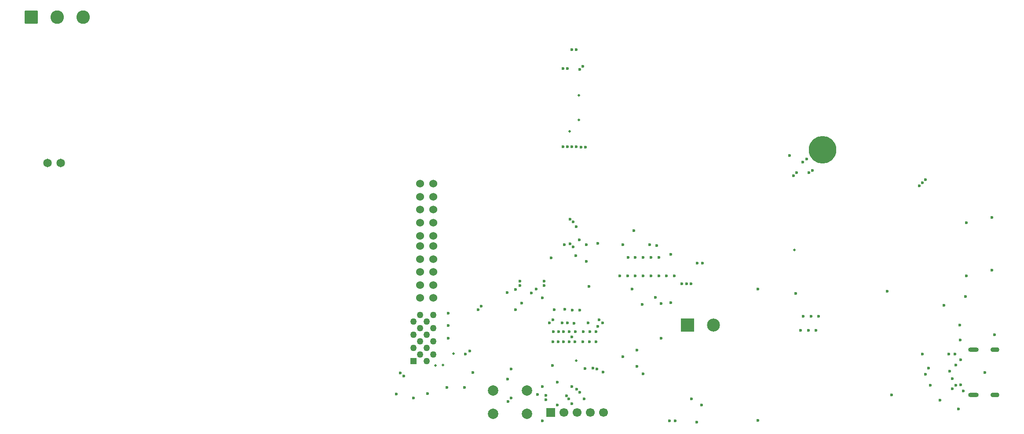
<source format=gbr>
%TF.GenerationSoftware,KiCad,Pcbnew,9.0.1+1*%
%TF.CreationDate,2025-11-25T14:24:45+00:00*%
%TF.ProjectId,nautilus_mainboard,6e617574-696c-4757-935f-6d61696e626f,rev?*%
%TF.SameCoordinates,Original*%
%TF.FileFunction,Copper,L3,Inr*%
%TF.FilePolarity,Positive*%
%FSLAX46Y46*%
G04 Gerber Fmt 4.6, Leading zero omitted, Abs format (unit mm)*
G04 Created by KiCad (PCBNEW 9.0.1+1) date 2025-11-25 14:24:45*
%MOMM*%
%LPD*%
G01*
G04 APERTURE LIST*
G04 Aperture macros list*
%AMRoundRect*
0 Rectangle with rounded corners*
0 $1 Rounding radius*
0 $2 $3 $4 $5 $6 $7 $8 $9 X,Y pos of 4 corners*
0 Add a 4 corners polygon primitive as box body*
4,1,4,$2,$3,$4,$5,$6,$7,$8,$9,$2,$3,0*
0 Add four circle primitives for the rounded corners*
1,1,$1+$1,$2,$3*
1,1,$1+$1,$4,$5*
1,1,$1+$1,$6,$7*
1,1,$1+$1,$8,$9*
0 Add four rect primitives between the rounded corners*
20,1,$1+$1,$2,$3,$4,$5,0*
20,1,$1+$1,$4,$5,$6,$7,0*
20,1,$1+$1,$6,$7,$8,$9,0*
20,1,$1+$1,$8,$9,$2,$3,0*%
G04 Aperture macros list end*
%TA.AperFunction,ComponentPad*%
%ADD10O,1.700000X0.900000*%
%TD*%
%TA.AperFunction,ComponentPad*%
%ADD11O,2.000000X0.900000*%
%TD*%
%TA.AperFunction,ComponentPad*%
%ADD12C,2.000000*%
%TD*%
%TA.AperFunction,ComponentPad*%
%ADD13C,5.300000*%
%TD*%
%TA.AperFunction,ComponentPad*%
%ADD14R,2.500000X2.500000*%
%TD*%
%TA.AperFunction,ComponentPad*%
%ADD15C,2.500000*%
%TD*%
%TA.AperFunction,ComponentPad*%
%ADD16C,1.650000*%
%TD*%
%TA.AperFunction,ComponentPad*%
%ADD17RoundRect,0.250000X-1.050000X-1.050000X1.050000X-1.050000X1.050000X1.050000X-1.050000X1.050000X0*%
%TD*%
%TA.AperFunction,ComponentPad*%
%ADD18C,2.600000*%
%TD*%
%TA.AperFunction,ComponentPad*%
%ADD19R,1.700000X1.700000*%
%TD*%
%TA.AperFunction,ComponentPad*%
%ADD20C,1.700000*%
%TD*%
%TA.AperFunction,ComponentPad*%
%ADD21R,1.268000X1.268000*%
%TD*%
%TA.AperFunction,ComponentPad*%
%ADD22C,1.268000*%
%TD*%
%TA.AperFunction,ComponentPad*%
%ADD23C,1.530000*%
%TD*%
%TA.AperFunction,ViaPad*%
%ADD24C,0.600000*%
%TD*%
%TA.AperFunction,ViaPad*%
%ADD25C,0.500000*%
%TD*%
G04 APERTURE END LIST*
D10*
%TO.N,Net-(C20-Pad2)*%
%TO.C,J3*%
X260700000Y-164650000D03*
X260700000Y-156000000D03*
D11*
X256520000Y-164650000D03*
X256520000Y-156000000D03*
%TD*%
D12*
%TO.N,/STM/PinoutSTM/nRST*%
%TO.C,SW1*%
X164050000Y-163800000D03*
X170550000Y-163800000D03*
%TO.N,GND*%
X164050000Y-168300000D03*
X170550000Y-168300000D03*
%TD*%
D13*
%TO.N,N/C*%
%TO.C,J6*%
X227500000Y-117475000D03*
%TD*%
D14*
%TO.N,Net-(LS1-+)*%
%TO.C,LS1*%
X201500000Y-151200000D03*
D15*
%TO.N,Net-(LS1--)*%
X206500000Y-151200000D03*
%TD*%
D16*
%TO.N,Net-(EXTERNALFAN5V1-Pad2)*%
%TO.C,J2*%
X78330000Y-119995000D03*
%TO.N,GND*%
X80870000Y-119995000D03*
%TD*%
D17*
%TO.N,+5V*%
%TO.C,J5*%
X75145000Y-91840000D03*
D18*
%TO.N,Net-(J5-Pin_2)*%
X80145000Y-91840000D03*
%TO.N,+5V*%
X85145000Y-91840000D03*
%TD*%
D19*
%TO.N,/Power_logic/STM_Plug_3.3V*%
%TO.C,J4*%
X175140000Y-168100000D03*
D20*
%TO.N,/STM/PinoutSTM/USART1_RX*%
X177680000Y-168100000D03*
%TO.N,/STM/PinoutSTM/USART1_TX*%
X180219999Y-168100000D03*
%TO.N,/STM/PinoutSTM/STM_BOOT0*%
X182760000Y-168100000D03*
%TO.N,GND*%
X185300000Y-168100000D03*
%TD*%
D21*
%TO.N,/CM4/Battery_Out_3.3V*%
%TO.C,J7*%
X148740000Y-158170000D03*
D22*
X150010000Y-156900000D03*
%TO.N,unconnected-(J7-Pad03)*%
X148740000Y-155630000D03*
%TO.N,unconnected-(J7-Pad04)*%
X150010000Y-154360000D03*
%TO.N,/LPHS-connector/STM.TX*%
X148740000Y-153090000D03*
%TO.N,/LPHS-connector/STM.RX*%
X150010000Y-151820000D03*
%TO.N,/LPHS-connector/ST_CAN.P*%
X148740000Y-150550000D03*
%TO.N,/LPHS-connector/ST_CAN.N*%
X150010000Y-149280000D03*
%TO.N,/CM4/TRD0.D-*%
X151280000Y-158170000D03*
%TO.N,/CM4/TRD0.D+*%
X152550000Y-156900000D03*
%TO.N,/CM4/TRD1.D-*%
X151280000Y-155630000D03*
%TO.N,/CM4/TRD1.D+*%
X152550000Y-154360000D03*
%TO.N,/CM4/TRD2.D-*%
X151280000Y-153090000D03*
%TO.N,/CM4/TRD2.D+*%
X152550000Y-151820000D03*
%TO.N,/CM4/TRD3.D-*%
X151280000Y-150550000D03*
%TO.N,/CM4/TRD3.D+*%
X152550000Y-149280000D03*
D23*
%TO.N,/LPHS-connector/Battery_Out_5V*%
X150050000Y-146000000D03*
X150050000Y-143500000D03*
X150050000Y-141000000D03*
X150050000Y-138500000D03*
X150050000Y-136000000D03*
%TO.N,unconnected-(J7-P02-PadP02_1)*%
X152550000Y-146000000D03*
%TO.N,unconnected-(J7-P02__1-PadP02_2)*%
X152550000Y-143500000D03*
%TO.N,unconnected-(J7-P02__2-PadP02_3)*%
X152550000Y-141000000D03*
%TO.N,unconnected-(J7-P02__3-PadP02_4)*%
X152550000Y-138500000D03*
%TO.N,unconnected-(J7-P02__4-PadP02_5)*%
X152550000Y-136000000D03*
%TO.N,unconnected-(J7-P03-PadP03_1)*%
X150050000Y-134000000D03*
%TO.N,unconnected-(J7-P03__1-PadP03_2)*%
X150050000Y-131500000D03*
%TO.N,unconnected-(J7-P03__2-PadP03_3)*%
X150050000Y-129000000D03*
%TO.N,unconnected-(J7-P03__3-PadP03_4)*%
X150050000Y-126500000D03*
%TO.N,unconnected-(J7-P03__4-PadP03_5)*%
X150050000Y-124000000D03*
%TO.N,GND*%
X152550000Y-134000000D03*
X152550000Y-131500000D03*
X152550000Y-129000000D03*
X152550000Y-126500000D03*
X152550000Y-124000000D03*
%TD*%
D24*
%TO.N,+5V*%
X195980000Y-138200000D03*
X192930000Y-138200000D03*
X192760000Y-147240000D03*
X203350000Y-139310000D03*
X191430000Y-138200000D03*
X204390000Y-139310000D03*
X190040000Y-138200000D03*
X194430000Y-138200000D03*
%TO.N,GND*%
X254590000Y-163940000D03*
X173570000Y-145960000D03*
X189050000Y-135750000D03*
D25*
X222070000Y-136730000D03*
D24*
X258680000Y-160340000D03*
X189950000Y-141750000D03*
X252970000Y-156790000D03*
D25*
X156470000Y-156750000D03*
D24*
X197450000Y-141750000D03*
X155450000Y-151290000D03*
X183298840Y-159529591D03*
X194200000Y-135750000D03*
X182030000Y-135750000D03*
X201300000Y-143300000D03*
X188450000Y-141750000D03*
D25*
X180590000Y-111680000D03*
D24*
X250830000Y-147430000D03*
X175220000Y-138230000D03*
D25*
X152960000Y-159040000D03*
D24*
X182030000Y-138930000D03*
X253670000Y-167360000D03*
X155450000Y-148930000D03*
X253900000Y-151190000D03*
X177790000Y-135750000D03*
D25*
X180570000Y-106940000D03*
D24*
X194450000Y-141750000D03*
X202200000Y-143300000D03*
X248210000Y-162830000D03*
X182530000Y-143800000D03*
X178380000Y-150820000D03*
X195950000Y-141750000D03*
X172600000Y-164580000D03*
X200400000Y-143300000D03*
X176440000Y-166670000D03*
X254020000Y-154100000D03*
X251800000Y-156850000D03*
D25*
X180030000Y-158110000D03*
X178830000Y-113890000D03*
D24*
X192950000Y-141750000D03*
X191450000Y-141750000D03*
X189050000Y-157340000D03*
X251960000Y-160090000D03*
X198950000Y-141750000D03*
X176390000Y-162193045D03*
X155450000Y-153740000D03*
%TO.N,+3.3V*%
X176640000Y-152500000D03*
X178720000Y-152500000D03*
X175620000Y-150220000D03*
X181410000Y-152500000D03*
X204180000Y-166650000D03*
X178670000Y-154480000D03*
X179870000Y-152500000D03*
X177330000Y-150840000D03*
X185255001Y-160280000D03*
X179820000Y-154480000D03*
X175600000Y-154480000D03*
X177640000Y-152500000D03*
X183910000Y-152500000D03*
X181360000Y-154480000D03*
X177590000Y-154480000D03*
X183860000Y-154480000D03*
X182690000Y-152500000D03*
X184060000Y-159700000D03*
X185180000Y-150810000D03*
X175650000Y-152500000D03*
X179610000Y-150870000D03*
X174920000Y-150790000D03*
X176590000Y-154480000D03*
X175490000Y-158980000D03*
X182320000Y-150840000D03*
X182640000Y-154480000D03*
%TO.N,/STM/PinoutSTM/nRST*%
X180780000Y-148320000D03*
X180744522Y-164190000D03*
%TO.N,/CM4/GPIO_VREF_3.3V*%
X215020000Y-169560000D03*
X215030000Y-144270000D03*
X190800000Y-144270000D03*
X191190000Y-133040000D03*
%TO.N,/LPHS-connector/Battery_Out_5V*%
X155180000Y-163230000D03*
X145460000Y-164480000D03*
X158590000Y-163230000D03*
%TO.N,/STM/PinoutSTM/USART1_TX*%
X173580000Y-169690000D03*
X173560000Y-163100000D03*
%TO.N,/STM/PinoutSTM/JTAG_TDO{slash}SWO*%
X191790000Y-156020000D03*
X191760000Y-159150000D03*
%TO.N,/STM/PinoutSTM/JTAG_TMS{slash}SWDIO*%
X203270000Y-169930000D03*
X202260000Y-165460000D03*
%TO.N,/STM/PinoutSTM/JTAG_TCK{slash}SWCLK*%
X199080000Y-169690000D03*
X192970000Y-160650000D03*
%TO.N,/STM/PinoutSTM/USART1_RX*%
X198050000Y-169690000D03*
X180150000Y-163560000D03*
%TO.N,/STM/PinoutSTM/STM_BOOT0*%
X179210000Y-166411000D03*
X179250000Y-153500000D03*
X179240000Y-163110000D03*
%TO.N,/CM4/Battery_Out_3.3V*%
X151490000Y-164440000D03*
D25*
X154410000Y-158920000D03*
D24*
X160190000Y-160350000D03*
X250050000Y-165680000D03*
X255000000Y-145700000D03*
X148740000Y-165300000D03*
%TO.N,/CM4/USB_Out_5V*%
X254030000Y-162720000D03*
X254030000Y-157930000D03*
X260610000Y-153110000D03*
%TO.N,/LPHS-connector/ST_CAN.P*%
X146846064Y-161060000D03*
%TO.N,/LPHS-connector/ST_CAN.N*%
X146200000Y-160480000D03*
%TO.N,/CM4/CM4_Module1B/USB_D+*%
X247890000Y-159500000D03*
X247320521Y-123189479D03*
%TO.N,Net-(LS1--)*%
X196370000Y-147110000D03*
X196380000Y-153790000D03*
%TO.N,/CM4/CM4_Module1B/USB_D-*%
X247300000Y-160680000D03*
X246719479Y-123790521D03*
%TO.N,/STM/PinoutSTM/USART2_RX*%
X184510000Y-150220000D03*
X184220000Y-135480000D03*
X184210000Y-151520000D03*
%TO.N,/LPHS-connector/STM.TX*%
X169570000Y-146960000D03*
X161800000Y-147580000D03*
%TO.N,/STM/PinoutSTM/USART2_TX*%
X175853812Y-148220000D03*
X177905000Y-148210000D03*
%TO.N,/LPHS-connector/STM.RX*%
X161190000Y-148230000D03*
X168360000Y-148240000D03*
%TO.N,Net-(J3-CC1)*%
X252480000Y-163540000D03*
X252470000Y-161580000D03*
%TO.N,Net-(J3-CC2)*%
X253100000Y-158929000D03*
X253100000Y-162850000D03*
%TO.N,/CM4/TRD3.D+*%
X169230000Y-142749742D03*
X173894742Y-142749742D03*
%TO.N,/CM4/TRD2.D+*%
X171450000Y-145044741D03*
X166799530Y-144919530D03*
%TO.N,/CM4/TRD0.D+*%
X159613025Y-156219022D03*
%TO.N,/CM4/CM4_Module1A/ETH_LED_Y*%
X179440000Y-131340000D03*
X179446993Y-136122935D03*
%TO.N,/CM4/CM4_Module1A/ETH_LED_G*%
X178859234Y-130819313D03*
X260100000Y-130520000D03*
X260070000Y-140660000D03*
X178866993Y-135586497D03*
%TO.N,/CM4/PCIE_Interface/LED1_M2*%
X240790000Y-164700000D03*
X239910000Y-144680000D03*
%TO.N,/STM/PinoutSTM/CAN1_RX*%
X178190000Y-164820000D03*
X167510000Y-165300000D03*
X167500000Y-159690000D03*
X174229252Y-164810190D03*
%TO.N,/CM4/TRD0.D-*%
X158734004Y-156803070D03*
%TO.N,/CM4/RUN_PG*%
X180630000Y-134820000D03*
X179270000Y-148310000D03*
%TO.N,/STM/PinoutSTM/CAN1_TX*%
X166900000Y-165990000D03*
X166880000Y-161650000D03*
X181770000Y-159600000D03*
X178610000Y-165480000D03*
X174256673Y-165589711D03*
X181610000Y-165480000D03*
%TO.N,/CM4/TRD2.D-*%
X172379742Y-144264742D03*
X168340000Y-144334743D03*
%TO.N,/CM4/TRD3.D-*%
X173894742Y-143599742D03*
X169230000Y-143599742D03*
%TO.N,/CM4/CM4_Module1B/USB_OTG_ID*%
X246729000Y-156850000D03*
X246075000Y-124425000D03*
%TO.N,/CM4/CM4_Module1A/GLOBAL_EN*%
X195320000Y-145860000D03*
X195590000Y-135860000D03*
%TO.N,/CM4/CM4_Module1A/CM4_LED2/PI_nLED_Activity*%
X180000000Y-137840000D03*
X255190000Y-141740000D03*
X255190000Y-131471000D03*
X180030000Y-132220000D03*
%TO.N,/CM4/CM4_Module1A/CM4_LED1/nPWR_LED*%
X198270000Y-146926000D03*
X198250000Y-137610000D03*
%TO.N,/CM4/CM4_Module1B/PCIE_CLK._P*%
X177495000Y-101800000D03*
X223250000Y-152240000D03*
X221889479Y-122470521D03*
X177495000Y-116810000D03*
%TO.N,/CM4/CM4_Module1B/PCIE_RX._P*%
X226250000Y-152240000D03*
X179195000Y-116880000D03*
X179195000Y-98150000D03*
X224861000Y-121870000D03*
%TO.N,/CM4/CM4_Module1B/PCIE_CLK._N*%
X223750000Y-149520000D03*
X178345000Y-116810000D03*
X178345000Y-101800000D03*
X222490521Y-121869479D03*
%TO.N,/CM4/CM4_Module1B/PCIE_TX._P*%
X180709479Y-101990521D03*
X223700000Y-119800000D03*
X224750000Y-152240000D03*
X181025000Y-116900000D03*
%TO.N,/CM4/CM4_Module1B/PCIE_nRST*%
X222340000Y-145130000D03*
X221140000Y-118510000D03*
%TO.N,/CM4/CM4_Module1B/PCIE_TX._N*%
X224420000Y-119260000D03*
X181875000Y-116900000D03*
X181310521Y-101389479D03*
X225250000Y-149520000D03*
%TO.N,/CM4/CM4_Module1B/PCIE_RX._N*%
X180045000Y-98150000D03*
X180045000Y-116880000D03*
X225570000Y-121430000D03*
X226750000Y-149520000D03*
%TD*%
M02*

</source>
